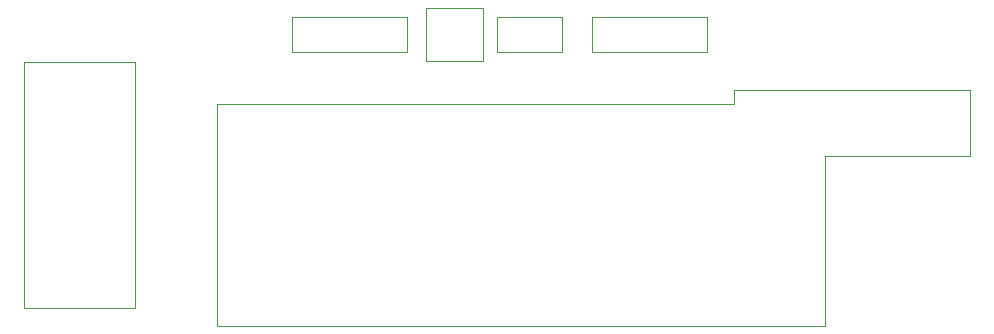
<source format=gbr>
%TF.GenerationSoftware,KiCad,Pcbnew,5.1.6-c6e7f7d~86~ubuntu18.04.1*%
%TF.CreationDate,2020-05-25T18:42:42+02:00*%
%TF.ProjectId,atmega_prog_adapter_v1,61746d65-6761-45f7-9072-6f675f616461,1.0*%
%TF.SameCoordinates,PX60e4b00PY60e4b00*%
%TF.FileFunction,Other,User*%
%FSLAX46Y46*%
G04 Gerber Fmt 4.6, Leading zero omitted, Abs format (unit mm)*
G04 Created by KiCad (PCBNEW 5.1.6-c6e7f7d~86~ubuntu18.04.1) date 2020-05-25 18:42:42*
%MOMM*%
%LPD*%
G01*
G04 APERTURE LIST*
%ADD10C,0.050000*%
G04 APERTURE END LIST*
D10*
%TO.C,C1*%
X41720000Y26440000D02*
X47220000Y26440000D01*
X41720000Y29440000D02*
X41720000Y26440000D01*
X47220000Y29440000D02*
X41720000Y29440000D01*
X47220000Y26440000D02*
X47220000Y29440000D01*
%TO.C,D1*%
X35670000Y25690000D02*
X40520000Y25690000D01*
X35670000Y30190000D02*
X35670000Y25690000D01*
X40520000Y30190000D02*
X35670000Y30190000D01*
X40520000Y25690000D02*
X40520000Y30190000D01*
%TO.C,J1*%
X1670000Y25670000D02*
X11030000Y25670000D01*
X1670000Y4810000D02*
X1670000Y25670000D01*
X11030000Y4810000D02*
X1670000Y4810000D01*
X11030000Y25670000D02*
X11030000Y4810000D01*
%TO.C,R1*%
X59470000Y29440000D02*
X49750000Y29440000D01*
X59470000Y26440000D02*
X59470000Y29440000D01*
X49750000Y26440000D02*
X59470000Y26440000D01*
X49750000Y29440000D02*
X49750000Y26440000D01*
%TO.C,R2*%
X34070000Y26440000D02*
X34070000Y29440000D01*
X34070000Y29440000D02*
X24350000Y29440000D01*
X24350000Y29440000D02*
X24350000Y26440000D01*
X24350000Y26440000D02*
X34070000Y26440000D01*
%TO.C,U1*%
X61820000Y23280000D02*
X81780000Y23280000D01*
X61820000Y22100000D02*
X61820000Y23280000D01*
X17980000Y22100000D02*
X61820000Y22100000D01*
X17980000Y3300000D02*
X17980000Y22100000D01*
X69480000Y3300000D02*
X17980000Y3300000D01*
X69480000Y17680000D02*
X69480000Y3300000D01*
X81780000Y17680000D02*
X69480000Y17680000D01*
X81780000Y23280000D02*
X81780000Y17680000D01*
%TD*%
M02*

</source>
